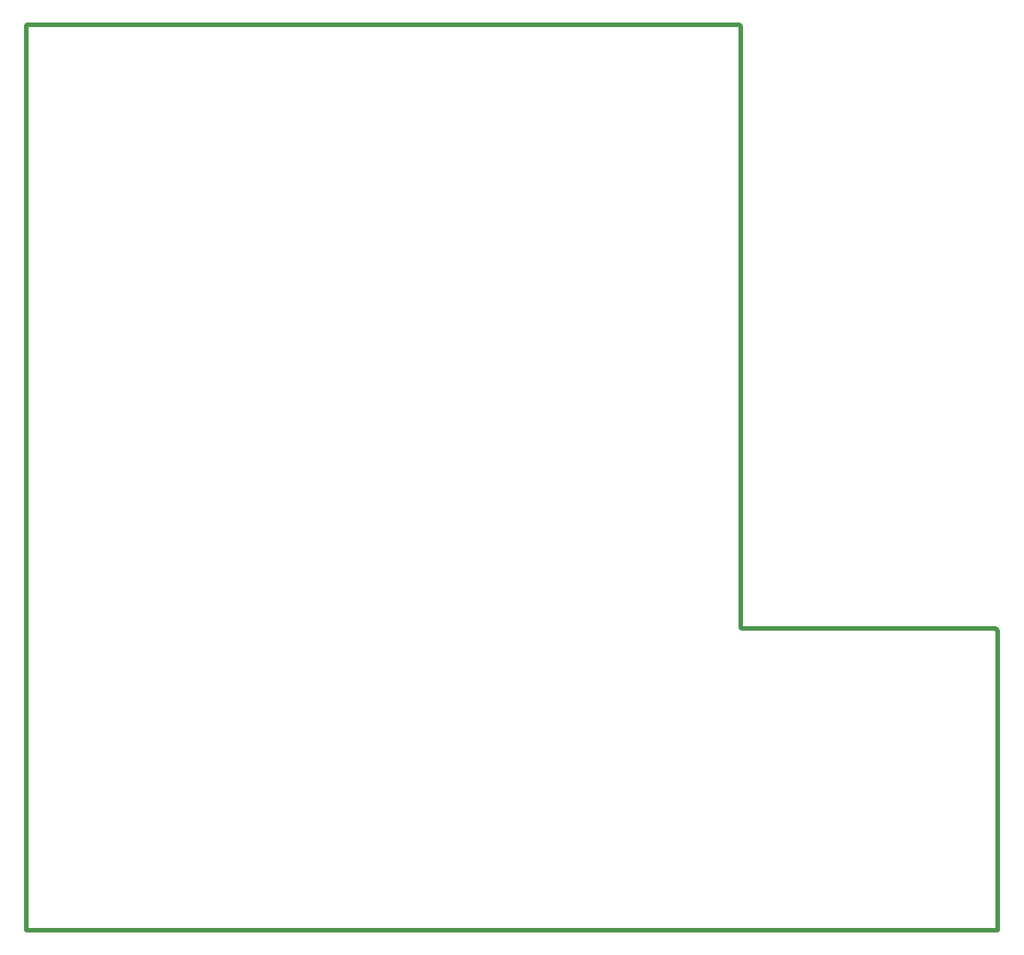
<source format=gko>
G04*
G04 #@! TF.GenerationSoftware,Altium Limited,Altium Designer,23.3.1 (30)*
G04*
G04 Layer_Color=16711935*
%FSLAX25Y25*%
%MOIN*%
G70*
G04*
G04 #@! TF.SameCoordinates,F1967EA3-8312-49A4-A2FB-0AE49F0FF499*
G04*
G04*
G04 #@! TF.FilePolarity,Positive*
G04*
G01*
G75*
%ADD12C,0.01968*%
D12*
X-787Y-1181D02*
Y400394D01*
X-394Y400787D01*
X315354D01*
X316142Y400000D01*
Y133071D02*
Y400000D01*
Y133071D02*
X316535Y132677D01*
X429134D01*
X429921Y131890D01*
Y-1181D02*
Y131890D01*
X-787Y-1181D02*
X429921D01*
M02*

</source>
